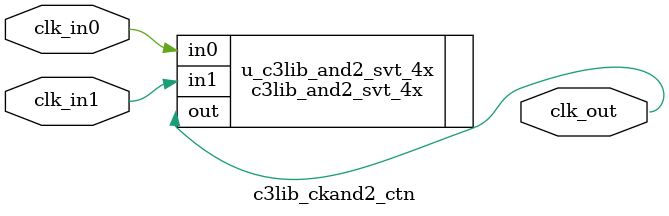
<source format=sv>

module c3lib_ckand2_ctn(

  input  logic	clk_in0,
  input	 logic	clk_in1,
  output logic	clk_out

); 

c3lib_and2_svt_4x u_c3lib_and2_svt_4x(

  .in0	( clk_in0 ),
  .in1	( clk_in1 ),
  .out	( clk_out )

);

endmodule 


</source>
